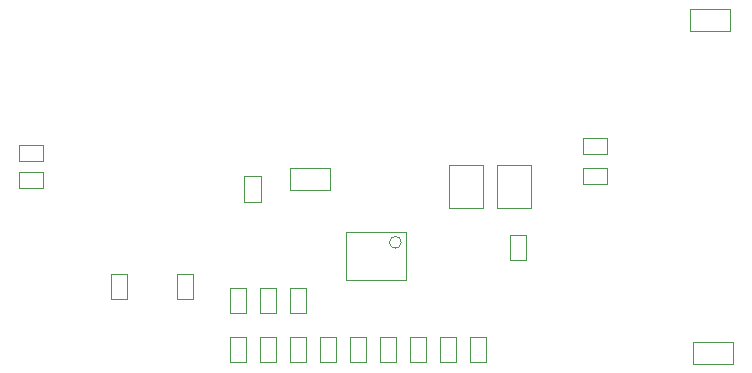
<source format=gbr>
%TF.GenerationSoftware,Altium Limited,CircuitMaker,2.0.2 (2.0.2.40)*%
G04 Layer_Color=15138737*
%FSLAX25Y25*%
%MOIN*%
%TF.SameCoordinates,4CCF3E00-E941-4990-BDAE-273065C54DFB*%
%TF.FilePolarity,Positive*%
%TF.FileFunction,Other,3D_Top*%
%TF.Part,Single*%
G01*
G75*
%TA.AperFunction,NonConductor*%
%ADD78C,0.00394*%
D78*
X276965Y160362D02*
G03*
X276965Y160362I-1969J0D01*
G01*
X230354Y173669D02*
Y182331D01*
X224646Y173669D02*
Y182331D01*
X230354D01*
X224646Y173669D02*
X230354D01*
X258461Y163906D02*
X278539D01*
X258461Y147764D02*
X278539D01*
Y163906D01*
X258461Y147764D02*
Y163906D01*
X219843Y128634D02*
X225157D01*
X219843Y120366D02*
X225157D01*
Y128634D01*
X219843Y120366D02*
Y128634D01*
X229842D02*
X235157D01*
X229842Y120366D02*
X235157D01*
Y128634D01*
X229842Y120366D02*
Y128634D01*
X239843D02*
X245158D01*
X239843Y120366D02*
X245158D01*
Y128634D01*
X239843Y120366D02*
Y128634D01*
Y145134D02*
X245158D01*
X239843Y136866D02*
X245158D01*
Y145134D01*
X239843Y136866D02*
Y145134D01*
X229842D02*
X235157D01*
X229842Y136866D02*
X235157D01*
Y145134D01*
X229842Y136866D02*
Y145134D01*
X219843D02*
X225157D01*
X219843Y136866D02*
X225157D01*
Y145134D01*
X219843Y136866D02*
Y145134D01*
X202343Y149634D02*
X207658D01*
X202343Y141366D02*
X207658D01*
Y149634D01*
X202343Y141366D02*
Y149634D01*
X180342D02*
X185658D01*
X180342Y141366D02*
X185658D01*
Y149634D01*
X180342Y141366D02*
Y149634D01*
X299843Y128634D02*
X305157D01*
X299843Y120366D02*
X305157D01*
Y128634D01*
X299843Y120366D02*
Y128634D01*
X249843Y120366D02*
Y128634D01*
X255157Y120366D02*
Y128634D01*
X249843Y120366D02*
X255157D01*
X249843Y128634D02*
X255157D01*
X259842Y120366D02*
Y128634D01*
X265158Y120366D02*
Y128634D01*
X259842Y120366D02*
X265158D01*
X259842Y128634D02*
X265158D01*
X292791Y186087D02*
X304209D01*
X292791Y171913D02*
X304209D01*
Y186087D01*
X292791Y171913D02*
Y186087D01*
X308791D02*
X320209D01*
X308791Y171913D02*
X320209D01*
Y186087D01*
X308791Y171913D02*
Y186087D01*
X285157Y120366D02*
Y128634D01*
X279842Y120366D02*
Y128634D01*
X285157D01*
X279842Y120366D02*
X285157D01*
X269843D02*
Y128634D01*
X275157Y120366D02*
Y128634D01*
X269843Y120366D02*
X275157D01*
X269843Y128634D02*
X275157D01*
X239807Y177957D02*
Y185043D01*
X253193Y177957D02*
Y185043D01*
X239807D02*
X253193D01*
X239807Y177957D02*
X253193D01*
X313342Y154366D02*
X318657D01*
X313342Y162634D02*
X318657D01*
X313342Y154366D02*
Y162634D01*
X318657Y154366D02*
Y162634D01*
X374307Y127043D02*
X387693D01*
X374307Y119957D02*
X387693D01*
X374307D02*
Y127043D01*
X387693Y119957D02*
Y127043D01*
X373307Y238043D02*
X386693D01*
X373307Y230957D02*
X386693D01*
X373307D02*
Y238043D01*
X386693Y230957D02*
Y238043D01*
X289843Y120366D02*
X295158D01*
X289843Y128634D02*
X295158D01*
X289843Y120366D02*
Y128634D01*
X295158Y120366D02*
Y128634D01*
X337366Y179842D02*
X345634D01*
X337366Y185158D02*
X345634D01*
Y179842D02*
Y185158D01*
X337366Y179842D02*
Y185158D01*
Y189842D02*
X345634D01*
X337366Y195158D02*
X345634D01*
Y189842D02*
Y195158D01*
X337366Y189842D02*
Y195158D01*
X149366Y178342D02*
X157634D01*
X149366Y183658D02*
X157634D01*
Y178342D02*
Y183658D01*
X149366Y178342D02*
Y183658D01*
Y187343D02*
X157634D01*
X149366Y192657D02*
X157634D01*
Y187343D02*
Y192657D01*
X149366Y187343D02*
Y192657D01*
%TF.MD5,83a2c73f83561f307b12f01f18c4e3be*%
M02*

</source>
